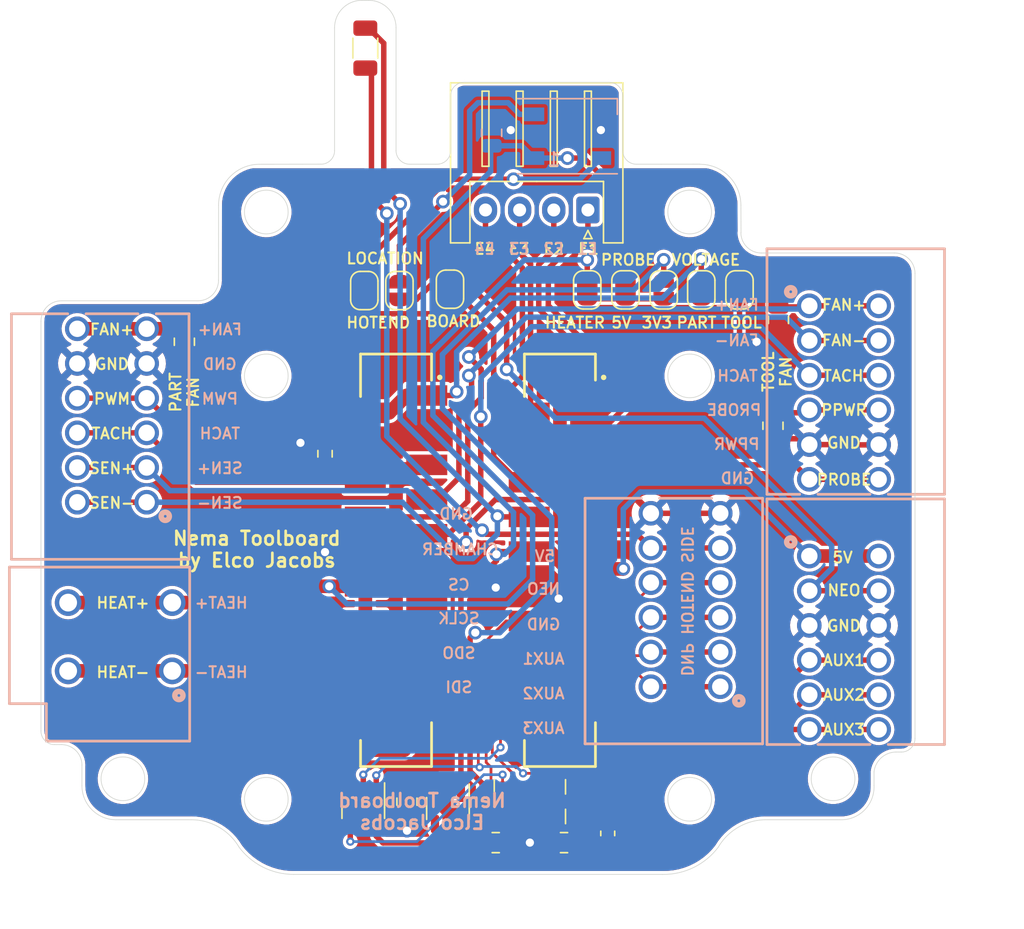
<source format=kicad_pcb>
(kicad_pcb (version 20211014) (generator pcbnew)
  (layers (0 "F.Cu" signal) (31 "B.Cu" signal) (34 "B.Paste" user) (35 "F.Paste" user) (36 "B.SilkS" user "B.Silkscreen") (37 "F.SilkS" user "F.Silkscreen") (38 "B.Mask" user) (39 "F.Mask" user) (44 "Edge.Cuts" user))
  (net 0 "")
  (net 1 "PROBE_PWR")
  (net 2 "PART_FAN_PWM")
  (net 3 "PART_FAN_TACH")
  (net 4 "GND")
  (net 5 "TOOL_FAN_GND")
  (net 6 "CS")
  (net 7 "SDO")
  (net 8 "EXTRUDER_1")
  (net 9 "HEATER_PWR")
  (net 10 "EXTRUDER_2")
  (net 11 "EXTRUDER_3")
  (net 12 "HEATER_GND")
  (net 13 "EXTRUDER_4")
  (net 19 "+5V")
  (net 20 "+3V3")
  (net 21 "Net-(C3-Pad1)")
  (net 23 "SCLK")
  (net 24 "SDI")
  (net 25 "PROBE")
  (net 26 "AUX1")
  (net 27 "AUX2")
  (net 28 "Net-(U2-Pad13)")
  (net 29 "NEOPIXEL_OUT")
  (net 30 "AUX3")
  (net 31 "HOTEND_TEMP")
  (net 32 "GNDREF")
  (net 33 "NEOPIXEL_IN")
  (net 34 "CHAMBER_TEMP")
  (net 35 "TOOL_FAN_PWR")
  (net 36 "PART_FAN_PWR")
  (net 37 "TOOL_FAN_TACH{slash}PWM")
  (net 38 "/NEOPIXEL_TERMINAL")
  (net 39 "/NEOPIXEL_RIBBON")
  (footprint "Jumper:SolderJumper-2_P1.3mm_Open_RoundedPad1.0x1.5mm" (layer "F.Cu") (at 113.6 78.2 90)
    (fp_text reference "JP3" hide)
    (fp_text value "SolderJumper_2_Open" hide)
  )
  (footprint "Resistor_SMD:R_0603_1608Metric" (layer "F.Cu") (at 88.8 90.2 90)
    (fp_text reference "R1" hide)
    (fp_text value "470R" hide)
  )
  (footprint "Capacitor_SMD:C_0805_2012Metric" (layer "F.Cu") (at 122 80.4 90)
    (fp_text reference "C5" hide)
    (fp_text value "1U" hide)
  )
  (footprint "Jumper:SolderJumper-2_P1.3mm_Open_RoundedPad1.0x1.5mm" (layer "F.Cu") (at 108 78.2 90)
    (fp_text reference "JP5" hide)
    (fp_text value "SolderJumper_2_Open" hide)
  )
  (footprint "Eagle_WR-MM (rev20b):690367292076" (layer "F.Cu") (at 94 98 90)
    (fp_text reference "J7" hide)
    (fp_text value "Conn_02x10_Odd_Even" hide)
  )
  (footprint "Fiducial:Fiducial_0.5mm_Mask1.5mm" (layer "F.Cu") (at 121 114)
    (fp_text reference "REF**" hide)
    (fp_text value "Fiducial_0.5mm_Mask1.5mm" hide)
  )
  (footprint "Resistor_SMD:R_1206_3216Metric" (layer "F.Cu") (at 91.75 60.5 90)
    (fp_text reference "TH1" hide)
    (fp_text value "PT1000" hide)
  )
  (footprint "Fiducial:Fiducial_0.5mm_Mask1.5mm" (layer "F.Cu") (at 79 114)
    (fp_text reference "REF**" hide)
    (fp_text value "Fiducial_0.5mm_Mask1.5mm" hide)
  )
  (footprint "Package_TO_SOT_SMD:SOT-23-5" (layer "F.Cu") (at 97.8 116.175 -90)
    (fp_text reference "U1" hide)
    (fp_text value "LD39015M33R" hide)
  )
  (footprint "Jumper:SolderJumper-2_P1.3mm_Open_RoundedPad1.0x1.5mm" (layer "F.Cu") (at 97.95 78.15 90)
    (fp_text reference "JP6" hide)
    (fp_text value "SolderJumper_2_Open" hide)
  )
  (footprint "Capacitor_SMD:C_0805_2012Metric" (layer "F.Cu") (at 94.8 115.675 -90)
    (fp_text reference "C1" hide)
    (fp_text value "1U" hide)
  )
  (footprint "Jumper:SolderJumper-2_P1.3mm_Open_RoundedPad1.0x1.5mm" (layer "F.Cu") (at 91.675 78.25 -90)
    (fp_text reference "JP4" hide)
    (fp_text value "SolderJumper_2_Open" hide)
  )
  (footprint "Eagle_WR-MM (rev20b):690367292076" (layer "F.Cu") (at 106 98 90)
    (fp_text reference "J6" hide)
    (fp_text value "Conn_02x10_Odd_Even" hide)
  )
  (footprint "Jumper:SolderJumper-2_P1.3mm_Open_RoundedPad1.0x1.5mm" (layer "F.Cu") (at 119.15 78.2 90)
    (fp_text reference "JP8" hide)
    (fp_text value "SolderJumper_2_Open" hide)
  )
  (footprint "Capacitor_SMD:C_0805_2012Metric" (layer "F.Cu") (at 121.6 88.15 -90)
    (fp_text reference "C4" hide)
    (fp_text value "1U" hide)
  )
  (footprint "Capacitor_SMD:C_0805_2012Metric" (layer "F.Cu") (at 106.3 118.675 180)
    (fp_text reference "C3" hide)
    (fp_text value "1U" hide)
  )
  (footprint "Inductor_SMD:L_0603_1608Metric" (layer "F.Cu") (at 109.5 118 90)
    (fp_text reference "FB1" hide)
    (fp_text value "FerriteBead_Small" hide)
  )
  (footprint "Fiducial:Fiducial_0.5mm_Mask1.5mm" (layer "F.Cu") (at 84.5 78.5)
    (fp_text reference "REF**" hide)
    (fp_text value "Fiducial_0.5mm_Mask1.5mm" hide)
  )
  (footprint "Package_LGA:LGA-14_3x5mm_P0.8mm_LayoutBorder1x6y" (layer "F.Cu") (at 103.8 115.675 90)
    (fp_text reference "U2" hide)
    (fp_text value "ADXL345" hide)
  )
  (footprint "Capacitor_SMD:C_0805_2012Metric" (layer "F.Cu") (at 101.3 118.675)
    (fp_text reference "C2" hide)
    (fp_text value "1U" hide)
  )
  (footprint "Capacitor_SMD:C_0805_2012Metric" (layer "F.Cu") (at 78.5 82 90)
    (fp_text reference "C6" hide)
    (fp_text value "1U" hide)
  )
  (footprint "Jumper:SolderJumper-2_P1.3mm_Open_RoundedPad1.0x1.5mm" (layer "F.Cu") (at 110.8 78.2 90)
    (fp_text reference "JP2" hide)
    (fp_text value "SolderJumper_2_Open" hide)
  )
  (footprint "Jumper:SolderJumper-2_P1.3mm_Open_RoundedPad1.0x1.5mm" (layer "F.Cu") (at 94.25 78.25 90)
    (fp_text reference "JP7" hide)
    (fp_text value "SolderJumper_2_Open" hide)
  )
  (footprint "Connector_JST:JST_XH_S4B-XH-A_1x04_P2.50mm_Horizontal" (layer "F.Cu") (at 108.05 72.35 180)
    (fp_text reference "J3" hide)
    (fp_text value "Conn_01x04" hide)
  )
  (footprint "Jumper:SolderJumper-2_P1.3mm_Open_RoundedPad1.0x1.5mm" (layer "F.Cu") (at 116.35 78.2 90)
    (fp_text reference "JP1" hide)
    (fp_text value "SolderJumper_2_Open" hide)
  )
  (footprint "Package_TO_SOT_SMD:SOT-23-5" (layer "F.Cu") (at 91.6 116.1 -90)
    (fp_text reference "U3" hide)
    (fp_text value "SN74LVC1G32DBVR‎" hide)
  )
  (footprint "Eagle_WR-TBL Spring Clamp (rev21a):691403900006B" (layer "B.Cu") (at 126.8 85.72 -90)
    (fp_text reference "J1" hide)
    (fp_text value "691403900006B" hide)
  )
  (footprint "Capacitor_SMD:C_0805_2012Metric" (layer "B.Cu") (at 101 66.7 90)
    (fp_text reference "C8" hide)
    (fp_text value "1U" hide)
  )
  (footprint "Eagle_WR-TBL Spring Clamp (rev21a):691403900006B" (layer "B.Cu") (at 126.8 104.04 -90)
    (fp_text reference "J2" hide)
    (fp_text value "691403900006B" hide)
  )
  (footprint "Eagle_WR-TBL Spring Clamp (rev21a):691401700002B" (layer "B.Cu") (at 73.8 103.6 90)
    (fp_text reference "J5" hide)
    (fp_text value "HEATER" hide)
  )
  (footprint "LED_SMD:LED_WS2812B_PLCC4_5.0x5.0mm_P3.2mm" (layer "B.Cu") (at 106.55 66.95)
    (fp_text reference "D1" hide)
    (fp_text value "WS2812B" hide)
  )
  (footprint "Eagle_WR-TBL Spring Clamp (rev21a):691403900006B" (layer "B.Cu") (at 115.2 100.91 90)
    (fp_text reference "J8" hide)
    (fp_text value "SPI" hide)
  )
  (footprint "Eagle_WR-TBL Spring Clamp (rev21a):691403900006B" (layer "B.Cu") (at 73.2 87.4 90)
    (fp_text reference "J4" hide)
    (fp_text value "691403900006B" hide)
  )
  (gr_line (start 119.260466 74) (end 119.25 72.002616) (layer "Edge.Cuts") (width 0.05))
  (gr_arc (start 111.6 69) (mid 110.892893 68.707107) (end 110.6 68) (layer "Edge.Cuts") (width 0.05))
  (gr_arc (start 92 57) (mid 93.414214 57.585786) (end 94 59) (layer "Edge.Cuts") (width 0.05))
  (gr_arc (start 95 69) (mid 94.292893 68.707107) (end 94 68) (layer "Edge.Cuts") (width 0.05))
  (gr_line (start 81.005233 72.002616) (end 81.000001 77.5) (layer "Edge.Cuts") (width 0.05))
  (gr_arc (start 73.5 117) (mid 71.732233 116.267767) (end 71 114.5) (layer "Edge.Cuts") (width 0.05))
  (gr_line (start 129 114.5) (end 129 113.5) (layer "Edge.Cuts") (width 0.05))
  (gr_arc (start 98 68) (mid 97.707107 68.707107) (end 97 69) (layer "Edge.Cuts") (width 0.05))
  (gr_circle locked (center 115.5 115.5) (end 117.1 115.5) (layer "Edge.Cuts") (width 0.05) (fill none))
  (gr_arc (start 97.985786 64.014214) (mid 98.282842 63.297056) (end 99 63) (layer "Edge.Cuts") (width 0.05))
  (gr_circle (center 126 114) (end 124.4 114) (layer "Edge.Cuts") (width 0.05) (fill none))
  (gr_arc (start 132 111.042893) (mid 131.707107 111.75) (end 131 112.042893) (layer "Edge.Cuts") (width 0.05))
  (gr_line (start 79.500001 79) (end 69.5 79) (layer "Edge.Cuts") (width 0.05))
  (gr_arc (start 129 114.5) (mid 128.296716 116.296716) (end 126.5 117) (layer "Edge.Cuts") (width 0.05))
  (gr_arc (start 117.6 119) (mid 119.041144 117.559945) (end 121 117) (layer "Edge.Cuts") (width 0.05))
  (gr_line (start 110.6 64.014214) (end 110.6 68) (layer "Edge.Cuts") (width 0.05))
  (gr_line (start 73.5 117) (end 79 117) (layer "Edge.Cuts") (width 0.05))
  (gr_arc (start 116.250001 69.002616) (mid 118.372857 69.87976) (end 119.25 72.002616) (layer "Edge.Cuts") (width 0.05))
  (gr_circle (center 74 114) (end 75.6 114) (layer "Edge.Cuts") (width 0.05) (fill none))
  (gr_arc (start 86.5 121) (mid 84.263932 120.472135) (end 82.5 119) (layer "Edge.Cuts") (width 0.05))
  (gr_line (start 111.6 69) (end 116.247384 68.997384) (layer "Edge.Cuts") (width 0.05))
  (gr_arc (start 79 117) (mid 81.015577 117.53524) (end 82.5 119) (layer "Edge.Cuts") (width 0.05))
  (gr_line (start 130.5 75.5) (end 120.75 75.5) (layer "Edge.Cuts") (width 0.05))
  (gr_arc (start 117.6 119) (mid 115.791249 120.494561) (end 113.5 121) (layer "Edge.Cuts") (width 0.05))
  (gr_arc (start 89.5 68) (mid 89.207107 68.707107) (end 88.5 69) (layer "Edge.Cuts") (width 0.05))
  (gr_arc (start 69.5 111.5) (mid 70.56066 111.93934) (end 71 113) (layer "Edge.Cuts") (width 0.05))
  (gr_arc (start 129 113.5) (mid 129.523092 112.467384) (end 130.6 112.042893) (layer "Edge.Cuts") (width 0.05))
  (gr_line (start 95 69) (end 97 69) (layer "Edge.Cuts") (width 0.05))
  (gr_arc (start 69 111.5) (mid 68.292893 111.207107) (end 68 110.5) (layer "Edge.Cuts") (width 0.05))
  (gr_circle locked (center 84.5 84.5) (end 86.1 84.5) (layer "Edge.Cuts") (width 0.05) (fill none))
  (gr_line (start 99 63) (end 109.585786 63) (layer "Edge.Cuts") (width 0.05))
  (gr_line (start 121 117) (end 126.5 117) (layer "Edge.Cuts") (width 0.05))
  (gr_arc (start 81.000001 77.5) (mid 80.560661 78.56066) (end 79.500001 79) (layer "Edge.Cuts") (width 0.05))
  (gr_line (start 98 68) (end 97.985786 64.014214) (layer "Edge.Cuts") (width 0.05))
  (gr_line (start 84.005232 69.002616) (end 88.5 68.997384) (layer "Edge.Cuts") (width 0.05))
  (gr_line (start 71 113) (end 71 114.5) (layer "Edge.Cuts") (width 0.05))
  (gr_circle locked (center 115.5 84.5) (end 117.1 84.5) (layer "Edge.Cuts") (width 0.05) (fill none))
  (gr_arc (start 89.5 59) (mid 90.085786 57.585786) (end 91.5 57) (layer "Edge.Cuts") (width 0.05))
  (gr_arc (start 81.005233 72.002616) (mid 81.882377 69.879761) (end 84.005232 69.002616) (layer "Edge.Cuts") (width 0.05))
  (gr_arc (start 120.75 75.5) (mid 119.68934 75.06066) (end 119.25 74) (layer "Edge.Cuts") (width 0.05))
  (gr_line (start 69 111.5) (end 69.5 111.5) (layer "Edge.Cuts") (width 0.05))
  (gr_arc (start 109.585786 63) (mid 110.302944 63.297056) (end 110.6 64.014214) (layer "Edge.Cuts") (width 0.05))
  (gr_circle locked (center 84.5 115.5) (end 86.1 115.5) (layer "Edge.Cuts") (width 0.05) (fill none))
  (gr_line (start 131 112.042893) (end 130.6 112.042893) (layer "Edge.Cuts") (width 0.05))
  (gr_line (start 94 59) (end 94 68) (layer "Edge.Cuts") (width 0.05))
  (gr_line (start 113.5 121) (end 86.5 121) (layer "Edge.Cuts") (width 0.05))
  (gr_circle (center 115.5 72.5) (end 117.1 72.5) (layer "Edge.Cuts") (width 0.05) (fill none))
  (gr_arc (start 68 80.5) (mid 68.43934 79.43934) (end 69.5 79) (layer "Edge.Cuts") (width 0.05))
  (gr_circle (center 84.5 72.5) (end 86.1 72.5) (layer "Edge.Cuts") (width 0.05) (fill none))
  (gr_line (start 89.5 68) (end 89.5 59) (layer "Edge.Cuts") (width 0.05))
  (gr_arc (start 130.5 75.5) (mid 131.56066 75.93934) (end 132 77) (layer "Edge.Cuts") (width 0.05))
  (gr_line (start 91.5 57) (end 92 57) (layer "Edge.Cuts") (width 0.05))
  (gr_line (start 132 77) (end 132 111.042893) (layer "Edge.Cuts") (width 0.05))
  (gr_line (start 68 110.5) (end 68 80.5) (layer "Edge.Cuts") (width 0.05))
  (gr_text "CS" (at 98.6 99.8) (layer "B.SilkS") (effects (font (size 0.8 0.8)) (justify mirror)))
  (gr_text "CHAMBER" (at 98.7 97.2) (layer "B.SilkS") (effects (font (size 0.8 0.8)) (justify mirror)))
  (gr_text "E2" (at 105.54 75.2) (layer "B.SilkS") (effects (font (size 0.8 0.8)) (justify mirror)))
  (gr_text "GND" (at 104.8 102.7) (layer "B.SilkS") (effects (font (size 0.8 0.8)) (justify mirror)))
  (gr_text "GND" (at 98.4 94.6) (layer "B.SilkS") (effects (font (size 0.8 0.8)) (justify mirror)))
  (gr_text "TACH" (at 81.1 88.72) (layer "B.SilkS") (effects (font (size 0.8 0.8)) (justify mirror)))
  (gr_text "FAN-" (at 118.95 81.9) (layer "B.SilkS") (effects (font (size 0.8 0.8)) (justify mirror)))
  (gr_text "AUX3" (at 104.8 110.3) (layer "B.SilkS") (effects (font (size 0.8 0.8)) (justify mirror)))
  (gr_text "5V" (at 104.9 97.7) (layer "B.SilkS") (effects (font (size 0.8 0.8)) (justify mirror)))
  (gr_text "AUX2" (at 104.8 107.76) (layer "B.SilkS") (effects (font (size 0.8 0.8)) (justify mirror)))
  (gr_text "AUX1" (at 104.8 105.22) (layer "B.SilkS") (effects (font (size 0.8 0.8)) (justify mirror)))
  (gr_text "E3" (at 103 75.2) (layer "B.SilkS") (effects (font (size 0.8 0.8)) (justify mirror)))
  (gr_text "SCLK" (at 98.6 102.26) (layer "B.SilkS") (effects (font (size 0.8 0.8)) (justify mirror)))
  (gr_text "NEO" (at 104.8 100.1) (layer "B.SilkS") (effects (font (size 0.8 0.8)) (justify mirror)))
  (gr_text "FAN+" (at 118.95 79.3) (layer "B.SilkS") (effects (font (size 0.8 0.8)) (justify mirror)))
  (gr_text "DNP HOTEND SIDE" (at 115.3 101 -90) (layer "B.SilkS") (effects (font (size 0.8 0.8)) (justify mirror)))
  (gr_text "SDO" (at 98.6 104.8) (layer "B.SilkS") (effects (font (size 0.8 0.8)) (justify mirror)))
  (gr_text "SDI" (at 98.6 107.3) (layer "B.SilkS") (effects (font (size 0.8 0.8)) (justify mirror)))
  (gr_text "TACH" (at 119 84.5) (layer "B.SilkS") (effects (font (size 0.8 0.8)) (justify mirror)))
  (gr_text "SEN-" (at 81.1 93.8) (layer "B.SilkS") (effects (font (size 0.8 0.8)) (justify mirror)))
  (gr_text "HEAT+" (at 81.2 101.12) (layer "B.SilkS") (effects (font (size 0.8 0.8)) (justify mirror)))
  (gr_text "Nema Toolboard\nElco Jacobs" (at 95.9 116.4) (layer "B.SilkS") (effects (font (size 1 1) (thickness 0.2)) (justify mirror)))
  (gr_text "SEN+" (at 81.1 91.26) (layer "B.SilkS") (effects (font (size 0.8 0.8)) (justify mirror)))
  (gr_text "PWM" (at 81.1 86.18) (layer "B.SilkS") (effects (font (size 0.8 0.8)) (justify mirror)))
  (gr_text "GND" (at 119 92) (layer "B.SilkS") (effects (font (size 0.8 0.8)) (justify mirror)))
  (gr_text "PPWR" (at 118.95 89.5) (layer "B.SilkS") (effects (font (size 0.8 0.8)) (justify mirror)))
  (gr_text "FAN+" (at 81.1 81.1) (layer "B.SilkS") (effects (font (size 0.8 0.8)) (justify mirror)))
  (gr_text "E1" (at 108 75.2) (layer "B.SilkS") (effects (font (size 0.8 0.8)) (justify mirror)))
  (gr_text "PROBE" (at 118.75 87) (layer "B.SilkS") (effects (font (size 0.8 0.8)) (justify mirror)))
  (gr_text "GND" (at 81.1 83.64) (layer "B.SilkS") (effects (font (size 0.8 0.8)) (justify mirror)))
  (gr_text "E4" (at 100.48 75.2) (layer "B.SilkS") (effects (font (size 0.8 0.8)) (justify mirror)))
  (gr_text "HEAT-" (at 81.2 106.2) (layer "B.SilkS") (effects (font (size 0.8 0.8)) (justify mirror)))
  (gr_text "E3" (at 103.02 75.2) (layer "F.SilkS") (effects (font (size 0.8 0.8))))
  (gr_text "E1" (at 108.1 75.2) (layer "F.SilkS") (effects (font (size 0.8 0.8))))
  (gr_text "TOOL" (at 119.3 80.6) (layer "F.SilkS") (effects (font (size 0.8 0.8))))
  (gr_text "TOOL\nFAN" (at 121.9 84.2 90) (layer "F.SilkS") (effects (font (size 0.8 0.8))))
  (gr_text "PWM" (at 73.2 86.18) (layer "F.SilkS") (effects (font (size 0.8 0.8))))
  (gr_text "5V" (at 126.7 97.8) (layer "F.SilkS") (effects (font (size 0.8 0.8))))
  (gr_text "SEN-" (at 73.2 93.8) (layer "F.SilkS") (effects (font (size 0.8 0.8))))
  (gr_text "PROBE  VOLTAGE" (at 114.1 76) (layer "F.SilkS") (effects (font (size 0.8 0.8))))
  (gr_text "AUX1" (at 126.8 105.32) (layer "F.SilkS") (effects (font (size 0.8 0.8))))
  (gr_text "FAN+" (at 73.2 81.1) (layer "F.SilkS") (effects (font (size 0.8 0.8))))
  (gr_text "GND" (at 73.2 83.64) (layer "F.SilkS") (effects (font (size 0.8 0.8))))
  (gr_text "3V3" (at 113.1 80.6) (layer "F.SilkS") (effects (font (size 0.8 0.8))))
  (gr_text "FAN-" (at 126.8 81.9) (layer "F.SilkS") (effects (font (size 0.8 0.8))))
  (gr_text "Nema Toolboard\nby Elco Jacobs" (at 83.8 97.2) (layer "F.SilkS") (effects (font (size 1 1) (thickness 0.2))))
  (gr_text "HOTEND" (at 92.7 80.6) (layer "F.SilkS") (effects (font (size 0.8 0.8))))
  (gr_text "SEN+" (at 73.2 91.26) (layer "F.SilkS") (effects (font (size 0.8 0.8))))
  (gr_text "NEO" (at 126.8 100.2) (layer "F.SilkS") (effects (font (size 0.8 0.8))))
  (gr_text "HEAT-" (at 74 106.2) (layer "F.SilkS") (effects (font (size 0.8 0.8))))
  (gr_text "PART\nFAN" (at 78.5 85.7 90) (layer "F.SilkS") (effects (font (size 0.8 0.8))))
  (gr_text "AUX2" (at 126.8 107.86) (layer "F.SilkS") (effects (font (size 0.8 0.8))))
  (gr_text "5V" (at 110.5 80.6) (layer "F.SilkS") (effects (font (size 0.8 0.8))))
  (gr_text "HEAT+" (at 74 101.12) (layer "F.SilkS") (effects (font (size 0.8 0.8))))
  (gr_text "E2" (at 105.56 75.2) (layer "F.SilkS") (effects (font (size 0.8 0.8))))
  (gr_text "PROBE" (at 126.8 92.1) (layer "F.SilkS") (effects (font (size 0.8 0.8))))
  (gr_text "BOARD" (at 98.2 80.5) (layer "F.SilkS") (effects (font (size 0.8 0.8))))
  (gr_text "FAN+" (at 126.8 79.3) (layer "F.SilkS") (effects (font (size 0.8 0.8))))
  (gr_text "AUX3" (at 126.8 110.4) (layer "F.SilkS") (effects (font (size 0.8 0.8))))
  (gr_text "LOCATION" (at 93.2 75.9) (layer "F.SilkS") (effects (font (size 0.8 0.8))))
  (gr_text "PART" (at 116 80.6) (layer "F.SilkS") (effects (font (size 0.8 0.8))))
  (gr_text "E4" (at 100.5 75.2) (layer "F.SilkS") (effects (font (size 0.8 0.8))))
  (gr_text "GND" (at 126.8 102.8) (layer "F.SilkS") (effects (font (size 0.8 0.8))))
  (gr_text "GND" (at 126.8 89.4) (layer "F.SilkS") (effects (font (size 0.8 0.8))))
  (gr_text "HEATER" (at 107.1 80.6) (layer "F.SilkS") (effects (font (size 0.8 0.8))))
  (gr_text "TACH" (at 126.75 84.5) (layer "F.SilkS") (effects (font (size 0.8 0.8))))
  (gr_text "PPWR" (at 126.8 87) (layer "F.SilkS") (effects (font (size 0.8 0.8))))
  (gr_text "TACH" (at 73.2 88.72) (layer "F.SilkS") (effects (font (size 0.8 0.8))))
  (segment (start 108 78.85) (end 110.8 78.85) (width 0.4) (layer "F.Cu") (net 1))
  (segment (start 119.15 82.35) (end 121.6 84.8) (width 0.4) (layer "F.Cu") (net 1))
  (segment (start 119.15 78.85) (end 119.15 82.35) (width 0.4) (layer "F.Cu") (net 1))
  (segment (start 121.6 87.2) (end 124.05 87.2) (width 0.4) (layer "F.Cu") (net 1))
  (segment (start 121.6 84.8) (end 121.6 87.2) (width 0.4) (layer "F.Cu") (net 1))
  (segment (start 119.15 78.85) (end 110.8 78.85) (width 0.4) (layer "F.Cu") (net 1))
  (segment (start 129.34 86.99) (end 124.26 86.99) (width 0.4) (layer "F.Cu") (net 1))
  (segment (start 124.05 87.2) (end 124.26 86.99) (width 0.4) (layer "F.Cu") (net 1))
  (segment (start 96.25 91.015) (end 80.625 91.015) (width 0.4) (layer "F.Cu") (net 2))
  (segment (start 80.625 91.015) (end 75.74 86.13) (width 0.4) (layer "F.Cu") (net 2))
  (segment (start 75.74 86.13) (end 70.66 86.13) (width 0.4) (layer "F.Cu") (net 2))
  (segment (start 79.355 92.285) (end 75.74 88.67) (width 0.4) (layer "F.Cu") (net 3))
  (segment (start 75.74 88.67) (end 70.66 88.67) (width 0.4) (layer "F.Cu") (net 3))
  (segment (start 91.75 92.285) (end 79.355 92.285) (width 0.4) (layer "F.Cu") (net 3))
  (segment (start 105 118.325) (end 105.35 118.675) (width 0.4) (layer "F.Cu") (net 4))
  (segment (start 96.27452 116.20048) (end 95.85 116.625) (width 0.4) (layer "F.Cu") (net 4))
  (segment (start 117.74 94.56) (end 112.66 94.56) (width 0.4) (layer "F.Cu") (net 4))
  (segment (start 95.85 116.625) (end 94.8 116.625) (width 0.4) (layer "F.Cu") (net 4))
  (segment (start 108.25 101.175) (end 106.275 101.175) (width 1) (layer "F.Cu") (net 4))
  (segment (start 106.275 101.175) (end 105.905 100.805) (width 1) (layer "F.Cu") (net 4))
  (segment (start 105 116.675) (end 105 118.325) (width 0.4) (layer "F.Cu") (net 4))
  (segment (start 105.005 99.905) (end 105.905 100.805) (width 1) (layer "F.Cu") (net 4))
  (segment (start 104.2 116.675) (end 104.2 118.275) (width 0.4) (layer "F.Cu") (net 4))
  (segment (start 124.26 89.53) (end 126.98 89.53) (width 0.4) (layer "F.Cu") (net 4))
  (segment (start 97.52452 116.20048) (end 96.27452 116.20048) (width 0.4) (layer "F.Cu") (net 4))
  (segment (start 129.32 89.55) (end 129.34 89.53) (width 0.4) (layer "F.Cu") (net 4))
  (segment (start 126.98 89.53) (end 127 89.55) (width 0.4) (layer "F.Cu") (net 4))
  (segment (start 127 89.55) (end 129.32 89.55) (width 0.4) (layer "F.Cu") (net 4))
  (segment (start 121.05 81.35) (end 120.4 82) (width 0.4) (layer "F.Cu") (net 4))
  (segment (start 102.6 118.325) (end 102.25 118.675) (width 0.4) (layer "F.Cu") (net 4))
  (segment (start 123.78 89.05) (end 124.26 89.53) (width 0.4) (layer "F.Cu") (net 4))
  (segment (start 97.8 115.0375) (end 97.8 115.925) (width 0.4) (layer "F.Cu") (net 4))
  (segment (start 103.75 99.905) (end 105.005 99.905) (width 1) (layer "F.Cu") (net 4))
  (segment (start 122 81.35) (end 121.05 81.35) (width 0.4) (layer "F.Cu") (net 4))
  (segment (start 97.8 115.925) (end 97.52452 116.20048) (width 0.4) (layer "F.Cu") (net 4))
  (segment (start 102.6 116.675) (end 102.6 118.325) (width 0.4) (layer "F.Cu") (net 4))
  (segment (start 121.6 89.1) (end 123.78 89.1) (width 0.4) (layer "F.Cu") (net 4))
  (via (at 103.8 118.675) (size 1) (drill 0.6) (layers "F.Cu" "B.Cu") (net 4))
  (via (at 109 66.5) (size 1) (drill 0.6) (layers "F.Cu" "B.Cu") (net 4))
  (via (at 120.4 82) (size 1) (drill 0.6) (layers "F.Cu" "B.Cu") (net 4))
  (via (at 87 89.4) (size 1) (drill 0.6) (layers "F.Cu" "B.Cu") (net 4))
  (via (at 88.8 97.4) (size 1) (drill 0.6) (layers "F.Cu" "B.Cu") (net 4))
  (via (at 102.4 66.5) (size 1) (drill 0.6) (layers "F.Cu" "B.Cu") (net 4))
  (via (at 105.905 100.805) (size 1) (drill 0.6) (layers "F.Cu" "B.Cu") (net 4))
  (via (at 94.8 117.8) (size 1) (drill 0.6) (layers "F.Cu" "B.Cu") (net 4))
  (via (at 101.3 100) (size 1) (drill 0.6) (layers "F.Cu" "B.Cu") (net 4))
  (segment (start 101.65 65.75) (end 102.4 66.5) (width 0.4) (layer "B.Cu") (net 4))
  (segment (start 101 65.75) (end 101.65 65.75) (width 0.4) (layer "B.Cu") (net 4))
  (segment (start 109 65.35) (end 109 66.5) (width 0.4) (layer "B.Cu") (net 4))
  (segment (start 98.602466 91.952534) (end 98.602466 86.827666) (width 0.4) (layer "F.Cu") (net 5))
  (segment (start 124.26 81.91) (end 129.34 81.91) (width 0.4) (layer "F.Cu") (net 5))
  (segment (start 99.529501 85.900631) (end 99.529501 84.673212) (width 0.4) (layer "F.Cu") (net 5))
  (segment (start 97 93.555) (end 98.602466 91.952534) (width 0.4) (layer "F.Cu") (net 5))
  (segment (start 96.25 93.555) (end 97 93.555) (width 0.4) (layer "F.Cu") (net 5))
  (segment (start 99.529501 84.673212) (end 99.333917 84.477628) (width 0.4) (layer "F.Cu") (net 5))
  (segment (start 98.602466 86.827666) (end 99.529501 85.900631) (width 0.4) (layer "F.Cu") (net 5))
  (via (at 99.333917 84.477628) (size 1) (drill 0.6) (layers "F.Cu" "B.Cu") (net 5))
  (segment (start 103.519033 80.199511) (end 99.333917 84.384627) (width 0.4) (layer "B.Cu") (net 5))
  (segment (start 124.26 81.91) (end 122.549511 80.199511) (width 0.4) (layer "B.Cu") (net 5))
  (segment (start 122.549511 80.199511) (end 103.519033 80.199511) (width 0.4) (layer "B.Cu") (net 5))
  (segment (start 99.333917 84.384627) (end 99.333917 84.477628) (width 0.4) (layer "B.Cu") (net 5))
  (segment (start 105.8 115.675) (end 105.981427 115.675) (width 0.2) (layer "F.Cu") (net 6))
  (segment (start 92.55 114.9625) (end 92.549999 113.750001) (width 0.4) (layer "F.Cu") (net 6))
  (segment (start 110.129022 102.445) (end 112.66 99.914022) (width 0.2) (layer "F.Cu") (net 6))
  (segment (start 103.75 102.445) (end 110.129022 102.445) (width 0.2) (layer "F.Cu") (net 6))
  (segment (start 100.0245 104.4705) (end 100.0245 113.063728) (width 0.2) (layer "F.Cu") (net 6))
  (segment (start 112.66 99.64) (end 117.74 99.64) (width 0.4) (layer "F.Cu") (net 6))
  (segment (start 100.0245 113.063728) (end 100.120184 113.159412) (width 0.2) (layer "F.Cu") (net 6))
  (segment (start 102.05 102.445) (end 100.0245 104.4705) (width 0.2) (layer "F.Cu") (net 6))
  (segment (start 105.981427 115.675) (end 106.44952 115.206907) (width 0.2) (layer "F.Cu") (net 6))
  (segment (start 103.75 102.445) (end 102.05 102.445) (width 0.2) (layer "F.Cu") (net 6))
  (segment (start 106.44952 115.206907) (end 106.44952 114.143093) (width 0.2) (layer "F.Cu") (net 6))
  (segment (start 106.44952 114.143093) (end 105.906427 113.6) (width 0.2) (layer "F.Cu") (net 6))
  (segment (start 112.66 99.914022) (end 112.66 99.64) (width 0.2) (layer "F.Cu") (net 6))
  (segment (start 105.906427 113.6) (end 103.3 113.6) (width 0.2) (layer "F.Cu") (net 6))
  (via (at 100.120184 113.159412) (size 0.6) (drill 0.3) (layers "F.Cu" "B.Cu") (net 6))
  (via (at 92.549999 113.750001) (size 0.6) (drill 0.3) (layers "F.Cu" "B.Cu") (net 6))
  (via (at 103.3 113.6) (size 0.6) (drill 0.3) (layers "F.Cu" "B.Cu") (net 6))
  (segment (start 93.2 113.1) (end 100.060772 113.1) (width 0.2) (layer "B.Cu") (net 6))
  (segment (start 100.060772 113.1) (end 100.120184 113.159412) (width 0.2) (layer "B.Cu") (net 6))
  (segment (start 102.8 113.1) (end 100.179596 113.1) (width 0.2) (layer "B.Cu") (net 6))
  (segment (start 100.179596 113.1) (end 100.120184 113.159412) (width 0.2) (layer "B.Cu") (net 6))
  (segment (start 92.549999 113.750001) (end 93.2 113.1) (width 0.2) (layer "B.Cu") (net 6))
  (segment (start 103.3 113.6) (end 102.8 113.1) (width 0.2) (layer "B.Cu") (net 6))
  (segment (start 101.049511 112.101687) (end 102.6 113.652176) (width 0.2) (layer "F.Cu") (net 7))
  (segment (start 101.049511 105.985489) (end 101.049511 112.101687) (width 0.2) (layer "F.Cu") (net 7))
  (segment (start 103.75 104.985) (end 112.395 104.985) (width 0.2) (layer "F.Cu") (net 7))
  (segment (start 103.75 104.985) (end 102.05 104.985) (width 0.2) (layer "F.Cu") (net 7))
  (segment (start 102.6 113.652176) (end 102.6 114.675) (width 0.2) (layer "F.Cu") (net 7))
  (segment (start 112.66 104.72) (end 117.74 104.72) (width 0.4) (layer "F.Cu") (net 7))
  (segment (start 102.05 104.985) (end 101.049511 105.985489) (width 0.2) (layer "F.Cu") (net 7))
  (segment (start 112.395 104.985) (end 112.66 104.72) (width 0.2) (layer "F.Cu") (net 7))
  (segment (start 110.8 85) (end 105.15 79.35) (width 0.4) (layer "F.Cu") (net 8))
  (segment (start 109.085 88.475) (end 110.8 86.76) (width 0.4) (layer "F.Cu") (net 8))
  (segment (start 108.25 88.475) (end 109.085 88.475) (width 0.4) (layer "F.Cu") (net 8))
  (segment (start 105.15 76.65) (end 108.05 73.75) (width 0.4) (layer "F.Cu") (net 8))
  (segment (start 108.05 73.75) (end 108.05 72.35) (width 0.4) (layer "F.Cu") (net 8))
  (segment (start 105.15 79.35) (end 105.15 76.65) (width 0.4) (layer "F.Cu") (net 8))
  (segment (start 110.8 86.76) (end 110.8 85) (width 0.4) (layer "F.Cu") (net 8))
  (segment (start 91.75 102.445) (end 91.75 104.985) (width 1) (layer "F.Cu") (net 9))
  (segment (start 91.75 99.905) (end 91.75 102.445) (width 1) (layer "F.Cu") (net 9))
  (segment (start 108 77.55) (end 108 76) (width 0.4) (layer "F.Cu") (net 9))
  (segment (start 84.695 99.905) (end 83.5 101.1) (width 1) (layer "F.Cu") (net 9))
  (segment (start 69.99 101.1) (end 77.61 101.1) (width 1) (layer "F.Cu") (net 9))
  (segment (start 91.75 104.985) (end 91.75 110.065) (width 1) (layer "F.Cu") (net 9))
  (segment (start 91.75 99.905) (end 89.105 99.905) (width 1) (layer "F.Cu") (net 9))
  (segment (start 89.105 99.905) (end 84.695 99.905) (width 1) (layer "F.Cu") (net 9))
  (segment (start 83.5 101.1) (end 77.61 101.1) (width 1) (layer "F.Cu") (net 9))
  (via (at 108 76) (size 1) (drill 0.6) (layers "F.Cu" "B.Cu") (net 9))
  (via (at 89.105 99.905) (size 1) (drill 0.6) (layers "F.Cu" "B.Cu") (net 9))
  (segment (start 103.4 76) (end 96.7 82.7) (width 0.4) (layer "B.Cu") (net 9))
  (segment (start 104 99.4) (end 102.2 101.2) (width 0.4) (layer "B.Cu") (net 9))
  (segment (start 96.7 87.4) (end 104 94.7) (width 0.4) (layer "B.Cu") (net 9))
  (segment (start 108 76) (end 103.4 76) (width 0.4) (layer "B.Cu") (net 9))
  (segment (start 96.7 82.7) (end 96.7 87.4) (width 0.4) (layer "B.Cu") (net 9))
  (segment (start 102.2 101.2) (end 90.4 101.2) (width 0.4) (layer "B.Cu") (net 9))
  (segment (start 104 94.7) (end 104 99.4) (width 0.4) (layer "B.Cu") (net 9))
  (segment (start 90.4 101.2) (end 89.105 99.905) (width 0.4) (layer "B.Cu") (net 9))
  (segment (start 108.25 83.4) (end 104.45 79.6) (width 0.4) (layer "F.Cu") (net 10))
  (segment (start 108.25 85.935) (end 108.25 83.4) (width 0.4) (layer "F.Cu") (net 10))
  (segment (start 105.55 75.25) (end 105.55 72.35) (width 0.4) (layer "F.Cu") (net 10))
  (segment (start 104.45 79.6) (end 104.45 76.35) (width 0.4) (layer "F.Cu") (net 10))
  (segment (start 104.45 76.35) (end 105.55 75.25) (width 0.4) (layer "F.Cu") (net 10))
  (segment (start 103.85049 76.30384) (end 103.85049 86.55549) (width 0.4) (layer "F.Cu") (net 11))
  (segment (start 103.85049 86.55549) (end 104.5 87.205) (width 0.4) (layer "F.Cu") (net 11))
  (segment (start 104.5 87.205) (end 103.75 87.205) (width 0.4) (layer "F.Cu") (net 11))
  (segment (start 103.05 73.21) (end 103.05 75.50335) (width 0.4) (layer "F.Cu") (net 11))
  (segment (start 103.05 75.50335) (end 103.85049 76.30384) (width 0.4) (layer "F.Cu") (net 11))
  (segment (start 69.99 106.1) (end 77.61 106.1) (width 1) (layer "F.Cu") (net 12))
  (segment (start 96.25 98.635) (end 96.25 110.25) (width 1) (layer "F.Cu") (net 12))
  (segment (start 96.25 110.25) (end 94.6 111.9) (width 1) (layer "F.Cu") (net 12))
  (segment (start 83.3 106.1) (end 77.61 106.1) (width 1) (layer "F.Cu") (net 12))
  (segment (start 89.1 111.9) (end 83.3 106.1) (width 1) (layer "F.Cu") (net 12))
  (segment (start 94.6 111.9) (end 89.1 111.9) (width 1) (layer "F.Cu") (net 12))
  (segment (start 101.800489 88.545489) (end 101.800489 86.005489) (width 0.4) (layer "F.Cu") (net 13))
  (segment (start 103.75 89.745) (end 103 89.745) (width 0.4) (layer "F.Cu") (net 13))
  (segment (start 101.800489 86.005489) (end 103.250979 84.554999) (width 0.4) (layer "F.Cu") (net 13))
  (segment (start 103.250979 76.595979) (end 100.55 73.895) (width 0.4) (layer "F.Cu") (net 13))
  (segment (start 100.55 73.895) (end 100.55 72.35) (width 0.4) (layer "F.Cu") (net 13))
  (segment (start 103.250979 84.554999) (end 103.250979 76.595979) (width 0.4) (layer "F.Cu") (net 13))
  (segment (start 103 89.745) (end 101.800489 88.545489) (width 0.4) (layer "F.Cu") (net 13))
  (segment (start 101.349999 98.042799) (end 101.349999 97.56444) (width 0.4) (layer "F.Cu") (net 19))
  (segment (start 103.75 97.365) (end 101.549439 97.365) (width 0.4) (layer "F.Cu") (net 19))
  (segment (start 103.979511 97.594511) (end 104.994511 97.594511) (width 1) (layer "F.Cu") (net 19))
  (segment (start 101.549439 97.365) (end 101.349999 97.56444) (width 0.4) (layer "F.Cu") (net 19))
  (segment (start 96.85 114.25) (end 96.85 115.0375) (width 0.4) (layer "F.Cu") (net 19))
  (segment (start 96.85 115.0375) (end 95.1125 115.0375) (width 0.4) (layer "F.Cu") (net 19))
  (segment (start 110.8 77.55) (end 110.8 71.6) (width 0.4) (layer "F.Cu") (net 19))
  (segment (start 98.75 115.0375) (end 98.75 113.875) (width 0.4) (layer "F.Cu") (net 19))
  (segment (start 110.8 71.6) (end 107.75 68.55) (width 0.4) (layer "F.Cu") (net 19))
  (segment (start 97.2 113.9) (end 96.85 114.25) (width 0.4) (layer "F.Cu") (net 19))
  (segment (start 103.75 97.365) (end 103.979511 97.594511) (width 1) (layer "F.Cu") (net 19))
  (segment (start 106.305489 98.405489) (end 105.265 97.365) (width 1) (layer "F.Cu") (net 19))
  (segment (start 98.725 113.9) (end 97.2 113.9) (width 0.4) (layer "F.Cu") (net 19))
  (segment (start 105.265 97.365) (end 103.75 97.365) (width 1) (layer "F.Cu") (net 19))
  (segment (start 108.020489 98.405489) (end 106.305489 98.405489) (width 1) (layer "F.Cu") (net 19))
  (segment (start 108.25 98.635) (end 110.6245 98.635) (width 1) (layer "F.Cu") (net 19))
  (segment (start 98.75 100.642798) (end 101.349999 98.042799) (width 0.4) (layer "F.Cu") (net 19))
  (segment (start 98.75 113.875) (end 98.75 100.642798) (width 0.4) (layer "F.Cu") (net 19))
  (segment (start 95.1125 115.0375) (end 94.8 114.725) (width 0.4) (layer "F.Cu") (net 19))
  (segment (start 124.26 97.69) (end 129.34 97.69) (width 1) (layer "F.Cu") (net 19))
  (segment (start 110.6245 98.635) (end 110.6395 98.62) (width 1) (layer "F.Cu") (net 19))
  (segment (start 98.75 113.875) (end 98.725 113.9) (width 0.4) (layer "F.Cu") (net 19))
  (segment (start 107.75 68.55) (end 106.55 68.55) (width 0.4) (layer "F.Cu") (net 19))
  (segment (start 108.25 98.635) (end 108.020489 98.405489) (width 1) (layer "F.Cu") (net 19))
  (via (at 110.6395 98.62) (size 1) (drill 0.6) (layers "F.Cu" "B.Cu") (net 19))
  (via (at 106.55 68.55) (size 1) (drill 0.6) (layers "F.Cu" "B.Cu") (net 19))
  (via (at 101.349999 97.56444) (size 1) (drill 0.6) (layers "F.Cu" "B.Cu") (net 19))
  (segment (start 110.6395 98.62) (end 110.6395 94.2605) (width 0.4) (layer "B.Cu") (net 19))
  (segment (start 96 87.9) (end 102.6 94.5) (width 0.4) (layer "B.Cu") (net 19))
  (segment (start 104.1 68.55) (end 106.55 68.55) (width 0.4) (layer "B.Cu") (net 19))
  (segment (start 111.9 93) (end 119.57 93) (width 0.4) (layer "B.Cu") (net 19))
  (segment (start 102.6 94.5) (end 102.6 96.9) (width 0.4) (layer "B.Cu") (net 19))
  (segment (start 100.925 67.725) (end 101 67.65) (width 0.4) (layer "B.Cu") (net 19))
  (segment (start 101.93556 97.56444) (end 101.349999 97.56444) (width 0.4) (layer "B.Cu") (net 19))
  (segment (start 100.925 69.525) (end 100.925 67.725) (width 0.4) (layer "B.Cu") (net 19))
  (segment (start 102.6 96.9) (end 101.93556 97.56444) (width 0.4) (layer "B.Cu") (net 19))
  (segment (start 119.57 93) (end 124.26 97.69) (width 0.4) (layer "B.Cu") (net 19))
  (segment (start 100.925 69.525) (end 96 74.45) (width 0.4) (layer "B.Cu") (net 19))
  (segment (start 101 67.65) (end 103.2 67.65) (width 0.4) (layer "B.Cu") (net 19))
  (segment (start 96 74.45) (end 96 87.9) (width 0.4) (layer "B.Cu") (net 19))
  (segment (start 103.2 67.65) (end 104.1 68.55) (width 0.4) (layer "B.Cu") (net 19))
  (segment (start 110.6395 94.2605) (end 111.9 93) (width 0.4) (layer "B.Cu") (net 19))
  (segment (start 100.3 114.328473) (end 100.3 116.15) (width 0.4) (layer "F.Cu") (net 20))
  (segment (start 101.24952 119.84952) (end 108.85048 119.84952) (width 0.4) (layer "F.Cu") (net 20))
  (segment (start 92.55 118.2) (end 93.05 118.7) (width 0.4) (layer "F.Cu") (net 20))
  (segment (start 100.825 116.675) (end 100.35 117.15) (width 0.4) (layer "F.Cu") (net 20))
  (segment (start 98.75 117.3125) (end 98.75 118.225) (width 0.4) (layer "F.Cu") (net 20))
  (segment (start 108.85048 119.84952) (end 109.5 119.2) (width 0.4) (layer "F.Cu") (net 20))
  (segment (start 99.2 118.675) (end 98.75 118.225) (width 0.4) (layer "F.Cu") (net 20))
  (segment (start 100.35 117.15) (end 100.35 118.675) (width 0.4) (layer "F.Cu") (net 20))
  (segment (start 101.8 116.675) (end 100.825 116.675) (width 0.4) (layer "F.Cu") (net 20))
  (segment (start 100.3 116.15) (end 100.825 116.675) (width 0.4) (layer "F.Cu") (net 20))
  (segment (start 100.35 118.675) (end 99.2 118.675) (width 0.4) (layer "F.Cu") (net 20))
  (segment (start 113.6 77.55) (end 113.6 76) (width 0.4) (layer "F.Cu") (net 20))
  (segment (start 99.420683 113.449156) (end 100.3 114.328473) (width 0.4) (layer "F.Cu") (net 20))
  (segment (start 99.420683 103.679317) (end 99.420683 113.449156) (width 0.4) (layer "F.Cu") (net 20))
  (segment (start 98.275 118.7) (end 98.75 118.225) (width 0.4) (layer "F.Cu") (net 20))
  (segment (start 99.8 103.3) (end 99.420683 103.679317) (width 0.4) (layer "F.Cu") (net 20))
  (segment (start 109.5 119.2) (end 109.5 118.7875) (width 0.4) (layer "F.Cu") (net 20))
  (segment (start 92.55 117.2375) (end 92.55 118.2) (width 0.4) (layer "F.Cu") (net 20))
  (segment (start 100.35 118.95) (end 101.24952 119.84952) (width 0.4) (layer "F.Cu") (net 20))
  (segment (start 100.35 118.675) (end 100.35 118.95) (width 0.4) (layer "F.Cu") (net 20))
  (segment (start 93.05 118.7) (end 98.275 118.7) (width 0.4) (layer "F.Cu") (net 20))
  (via (at 113.6 76) (size 1) (drill 0.6) (layers "F.Cu" "B.Cu") (net 20))
  (via (at 99.8 103.3) (size 1) (drill 0.6) (layers "F.Cu" "B.Cu") (net 20))
  (segment (start 97.4 82.926534) (end 97.4 86.9) (width 0.4) (layer "B.Cu") (net 20))
  (segment (start 101.6 103.3) (end 99.8 103.3) (width 0.4) (layer "B.Cu") (net 20))
  (segment (start 102.126534 78.2) (end 97.4 82.926534) (width 0.4) (layer "B.Cu") (net 20))
  (segment (start 105.4 94.9) (end 105.4 99.5) (width 0.4) (layer "B.Cu") (net 20))
  (segment (start 97.4 86.9) (end 105.4 94.9) (width 0.4) (layer "B.Cu") (net 20))
  (segment (start 113.6 76) (end 111.4 78.2) (width 0.4) (layer "B.Cu") (net 20))
  (segment (start 105.4 99.5) (end 101.6 103.3) (width 0.4) (layer "B.Cu") (net 20))
  (segment (start 111.4 78.2) (end 102.126534 78.2) (width 0.4) (layer "B.Cu") (net 20))
  (segment (start 105.8 117.225) (end 107.25 118.675) (width 0.4) (layer "F.Cu") (net 21))
  (segment (start 109.5 117.2125) (end 108.7125 117.2125) (width 0.4) (layer "F.Cu") (net 21))
  (segment (start 105.8 116.675) (end 105.8 117.225) (width 0.4) (layer "F.Cu") (net 21))
  (segment (start 108.7125 117.2125) (end 107.25 118.675) (width 0.4) (layer "F.Cu") (net 21))
  (segment (start 101.618573 115.675) (end 100.952126 115.008553) (width 0.2) (layer "F.Cu") (net 23))
  (segment (start 101.8 115.675) (end 101.618573 115.675) (width 0.2) (layer "F.Cu") (net 23))
  (segment (start 102.070978 103.715) (end 108.25 103.715) (width 0.2) (layer "F.Cu") (net 23))
  (segment (start 111.125 103.715) (end 112.66 102.18) (width 0.2) (layer "F.Cu") (net 23))
  (segment (start 100.6 105.185978) (end 102.070978 103.715) (width 0.2) (layer "F.Cu") (net 23))
  (segment (start 100.952126 113.152126) (end 100.6 112.8) (width 0.2) (layer "F.Cu") (net 23))
  (segment (start 100.952126 115.008553) (end 100.952126 113.152126) (width 0.2) (layer "F.Cu") (net 23))
  (segment (start 108.25 103.715) (end 111.125 103.715) (width 0.2) (layer "F.Cu") (net 23))
  (segment (start 112.66 102.18) (end 117.74 102.18) (width 0.4) (layer "F.Cu") (net 23))
  (segment (start 100.6 112.8) (end 100.6 105.185978) (width 0.2) (layer "F.Cu") (net 23))
  (segment (start 111.655 106.255) (end 112.66 107.26) (width 0.2) (layer "F.Cu") (net 24))
  (segment (start 108.25 106.255) (end 111.655 106.255) (width 0.2) (layer "F.Cu") (net 24))
  (segment (start 108.25 106.255) (end 102.070978 106.255) (width 0.2) (layer "F.Cu") (net 24))
  (segment (start 101.649011 106.676967) (end 101.649011 111.7) (width 0.2) (layer "F.Cu") (net 24))
  (segment (start 102.070978 106.255) (end 101.649011 106.676967) (width 0.2) (layer "F.Cu") (net 24))
  (segment (start 112.66 107.26) (end 117.74 107.26) (width 0.4) (layer "F.Cu") (net 24))
  (segment (start 91.6 114.9625) (end 91.6 113.7) (width 0.4) (layer "F.Cu") (net 24))
  (via (at 101.649011 111.7) (size 0.6) (drill 0.3) (layers "F.Cu" "B.Cu") (net 24))
  (via (at 91.6 113.7) (size 0.6) (drill 0.3) (layers "F.Cu" "B.Cu") (net 24))
  (segment (start 101.649011 111.7) (end 100.849011 112.5) (width 0.2) (layer "B.Cu") (net 24))
  (segment (start 92.8 112.5) (end 91.6 113.7) (width 0.2) (layer "B.Cu") (net 24))
  (segment (start 100.849011 112.5) (end 92.8 112.5) (width 0.2) (layer "B.Cu") (net 24))
  (segment (start 123.205 91.015) (end 124.26 92.07) (width 0.4) (layer "F.Cu") (net 25))
  (segment (start 124.26 92.07) (end 129.34 92.07) (width 0.4) (layer "F.Cu") (net 25))
  (segment (start 108.25 91.015) (end 123.205 91.015) (width 0.4) (layer "F.Cu") (net 25))
  (segment (start 124.26 105.31) (end 129.34 105.31) (width 0.4) (layer "F.Cu") (net 26))
  (segment (start 110.325 107.525) (end 111.890978 109.090978) (width 0.4) (layer "F.Cu") (net 26))
  (segment (start 120.479022 109.090978) (end 124.26 105.31) (width 0.4) (layer "F.Cu") (net 26))
  (segment (start 103.75 107.525) (end 110.325 107.525) (width 0.4) (layer "F.Cu") (net 26))
  (segment (start 111.890978 109.090978) (end 120.479022 109.090978) (width 0.4) (layer "F.Cu") (net 26))
  (segment (start 122.369511 109.740489) (end 124.26 107.85) (width 0.4) (layer "F.Cu") (net 27))
  (segment (start 111.621942 109.740489) (end 122.369511 109.740489) (width 0.4) (layer "F.Cu") (net 27))
  (segment (start 108.25 108.795) (end 110.676452 108.795) (width 0.4) (layer "F.Cu") (net 27))
  (segment (start 129.34 107.85) (end 124.26 107.85) (width 0.4) (layer "F.Cu") (net 27))
  (segment (start 110.676452 108.795) (end 111.621942 109.740489) (width 0.4) (layer "F.Cu") (net 27))
  (segment (start 90.65 117.2375) (end 90.65 118.6) (width 0.4) (layer "F.Cu") (net 28))
  (segment (start 101.8 114.675) (end 101.8 113.7) (width 0.2) (layer "F.Cu") (net 28))
  (via (at 90.65 118.6) (size 0.6) (drill 0.3) (layers "F.Cu" "B.Cu") (net 28))
  (via (at 101.8 113.7) (size 0.6) (drill 0.3) (layers "F.Cu" "B.Cu") (net 28))
  (segment (start 95.52742 118.6) (end 90.65 118.6) (width 0.2) (layer "B.Cu") (net 28))
  (segment (start 101.8 113.7) (end 100.42742 113.7) (width 0.2) (layer "B.Cu") (net 28))
  (segment (start 100.42742 113.7) (end 95.52742 118.6) (width 0.2) (layer "B.Cu") (net 28))
  (segment (start 97.438956 71.761044) (end 97.438956 71.738958) (width 0.4) (layer "F.Cu") (net 29))
  (segment (start 94.25 77.6) (end 94.25 74.95) (width 0.4) (layer "F.Cu") (net 29))
  (segment (start 94.25 74.95) (end 97.438956 71.761044) (width 0.4) (layer "F.Cu") (net 29))
  (via (at 97.438956 71.738958) (size 1) (drill 0.6) (layers "F.Cu" "B.Cu") (net 29))
  (segment (start 104.1 65.35) (end 103.05 65.35) (width 0.4) (layer "B.Cu") (net 29))
  (segment (start 103.05 65.35) (end 102.2 64.5) (width 0.4) (layer "B.Cu") (net 29))
  (segment (start 100 64.5) (end 99.388957 65.111043) (width 0.4) (layer "B.Cu") (net 29))
  (segment (start 102.2 64.5) (end 100 64.5) (width 0.4) (layer "B.Cu") (net 29))
  (segment (start 99.388957 65.111043) (end 99.388957 69.788957) (width 0.4) (layer "B.Cu") (net 29))
  (segment (start 99.388957 69.788957) (end 97.438956 71.738958) (width 0.4) (layer "B.Cu") (net 29))
  (segment (start 124.26 110.39) (end 104.075 110.39) (width 0.4) (layer "F.Cu") (net 30))
  (segment (start 104.075 110.39) (end 103.75 110.065) (width 0.4) (layer "F.Cu") (net 30))
  (segment (start 129.34 110.39) (end 124.26 110.39) (width 0.4) (layer "F.Cu") (net 30))
  (segment (start 101.272912 93.555) (end 99.128602 95.69931) (width 0.4) (layer "F.Cu") (net 31))
  (segment (start 108.25 93.555) (end 101.272912 93.555) (width 0.4) (layer "F.Cu") (net 31))
  (segment (start 99.128602 95.69931) (end 99.128602 96.671398) (width 0.4) (layer "F.Cu") (net 31))
  (segment (start 75.74 91.21) (end 70.66 91.21) (width 0.4) (layer "F.Cu") (net 31))
  (via (at 99.128602 96.671398) (size 1) (drill 0.6) (layers "F.Cu" "B.Cu") (net 31))
  (segment (start 98.571398 96.671398) (end 99.128602 96.671398) (width 0.4) (layer "B.Cu") (net 31))
  (segment (start 75.74 91.21) (end 77.43 92.9) (width 0.4) (layer "B.Cu") (net 31))
  (segment (start 94.8 92.9) (end 98.571398 96.671398) (width 0.4) (layer "B.Cu") (net 31))
  (segment (start 77.43 92.9) (end 94.8 92.9) (width 0.4) (layer "B.Cu") (net 31))
  (segment (start 91.75 59.0375) (end 91.99375 59.0375) (width 0.4) (layer "F.Cu") (net 32))
  (segment (start 101.477086 94.825) (end 101.421715 94.769629) (width 0.4) (layer "F.Cu") (net 32))
  (segment (start 93.1 60.14375) (end 93.1 70.7) (width 0.4) (layer "F.Cu") (net 32))
  (segment (start 103.75 94.825) (end 101.477086 94.825) (width 0.4) (layer "F.Cu") (net 32))
  (segment (start 91.99375 59.0375) (end 93.1 60.14375) (width 0.4) (layer "F.Cu") (net 32))
  (segment (start 75.74 93.75) (end 70.66 93.75) (width 0.4) (layer "F.Cu") (net 32))
  (segment (start 93.1 70.7) (end 94.3 71.9) (width 0.4) (layer "F.Cu") (net 32))
  (via (at 101.421715 94.769629) (size 1) (drill 0.6) (layers "F.Cu" "B.Cu") (net 32))
  (via (at 94.3 71.9) (size 1) (drill 0.6) (layers "F.Cu" "B.Cu") (net 32))
  (segment (start 101.421715 96.078285) (end 99.63 97.87) (width 0.4) (layer "B.Cu") (net 32))
  (segment (start 99.63 97.87) (end 98.58 97.87) (width 0.4) (layer "B.Cu") (net 32))
  (segment (start 98.58 97.87) (end 94.46 93.75) (width 0.4) (layer "B.Cu") (net 32))
  (segment (start 94.46 93.75) (end 75.74 93.75) (width 0.4) (layer "B.Cu") (net 32))
  (segment (start 101.421715 94.769629) (end 94.3 87.647914) (width 0.4) (layer "B.Cu") (net 32))
  (segment (start 94.3 87.647914) (end 94.3 71.9) (width 0.4) (layer "B.Cu") (net 32))
  (segment (start 101.421715 94.769629) (end 101.421715 96.078285) (width 0.4) (layer "B.Cu") (net 32))
  (segment (start 97.805826 70.1) (end 102.6 70.1) (width 0.4) (layer "F.Cu") (net 33))
  (segment (start 91.675 76.230826) (end 97.805826 70.1) (width 0.4) (layer "F.Cu") (net 33))
  (segment (start 91.675 77.6) (end 91.675 76.230826) (width 0.4) (layer "F.Cu") (net 33))
  (via (at 102.6 70.1) (size 1) (drill 0.6) (layers "F.Cu" "B.Cu") (net 33))
  (segment (start 109 68.55) (end 107.45 70.1) (width 0.4) (layer "B.Cu") (net 33))
  (segment (start 107.45 70.1) (end 102.6 70.1) (width 0.4) (layer "B.Cu") (net 33))
  (segment (start 92.2 71.472806) (end 93.32277 72.595576) (width 0.4) (layer "F.Cu") (net 34))
  (segment (start 111.655 96.095) (end 112.66 97.1) (width 0.4) (layer "F.Cu") (net 34))
  (segment (start 108.25 96.095) (end 100.595 96.095) (width 0.4) (layer "F.Cu") (net 34))
  (segment (start 112.66 97.1) (end 117.74 97.1) (width 0.4) (layer "F.Cu") (net 34))
  (segment (start 92.2 62.4125) (end 92.2 71.472806) (width 0.4) (layer "F.Cu") (net 34))
  (segment (start 100.595 96.095) (end 100.3 95.8) (width 0.4) (layer "F.Cu") (net 34))
  (segment (start 91.75 61.9625) (end 92.2 62.4125) (width 0.4) (layer "F.Cu") (net 34))
  (segment (start 108.25 96.095) (end 111.655 96.095) (width 0.4) (layer "F.Cu") (net 34))
  (via (at 93.32277 72.595576) (size 1) (drill 0.6) (layers "F.Cu" "B.Cu") (net 34))
  (via (at 100.3 95.8) (size 1) (drill 0.6) (layers "F.Cu" "B.Cu") (net 34))
  (segment (start 93.32277 72.595576) (end 93.32277 88.92277) (width 0.4) (layer "B.Cu") (net 34))
  (segment (start 93.32277 88.92277) (end 100.2 95.8) (width 0.4) (layer "B.Cu") (net 34))
  (segment (start 100.2 95.8) (end 100.3 95.8) (width 0.4) (layer "B.Cu") (net 34))
  (segment (start 119.15 77.55) (end 120.7 77.55) (width 0.4) (layer "F.Cu") (net 35))
  (segment (start 120.7 77.55) (end 122 78.85) (width 0.4) (layer "F.Cu") (net 35))
  (segment (start 129.34 79.37) (end 124.26 79.37) (width 0.4) (layer "F.Cu") (net 35))
  (segment (start 100.233418 84.01204) (end 99.333918 83.11254) (width 0.4) (layer "F.Cu") (net 35))
  (segment (start 124.18 79.45) (end 124.26 79.37) (width 0.4) (layer "F.Cu") (net 35))
  (segment (start 121.85 79.45) (end 124.18 79.45) (width 0.4) (layer "F.Cu") (net 35))
  (segment (start 91.75 94.825) (end 98.102381 94.825) (width 0.4) (layer "F.Cu") (net 35))
  (segment (start 99.251977 87.096703) (end 100.233418 86.115262) (width 0.4) (layer "F.Cu") (net 35))
  (segment (start 122 78.85) (end 122 79.2) (width 0.4) (layer "F.Cu") (net 35))
  (segment (start 100.233418 86.115262) (end 100.233418 84.01204) (width 0.4) (layer "F.Cu") (net 35))
  (segment (start 98.102381 94.825) (end 99.251977 93.675404) (width 0.4) (layer "F.Cu") (net 35))
  (segment (start 99.251977 93.675404) (end 99.251977 87.096703) (width 0.4) (layer "F.Cu") (net 35))
  (via (at 99.333918 83.11254) (size 1) (drill 0.6) (layers "F.Cu" "B.Cu") (net 35))
  (segment (start 124.03 79.6) (end 102.846456 79.6) (width 0.4) (layer "B.Cu") (net 35))
  (segment (start 124.26 79.37) (end 124.03 79.6) (width 0.4) (layer "B.Cu") (net 35))
  (segment (start 102.846456 79.6) (end 99.333918 83.11254) (width 0.4) (layer "B.Cu") (net 35))
  (segment (start 98.152336 85.935) (end 98.434417 85.652919) (width 0.4) (layer "F.Cu") (net 36))
  (segment (start 96.25 85.935) (end 98.152336 85.935) (width 0.4) (layer "F.Cu") (net 36))
  (segment (start 81 82.8) (end 79.25 81.05) (width 1) (layer "F.Cu") (net 36))
  (segment (start 79.25 81.05) (end 78.5 81.05) (width 1) (layer "F.Cu") (net 36))
  (segment (start 96.25 85.935) (end 94.765 85.935) (width 1) (layer "F.Cu") (net 36))
  (segment (start 93.495 87.205) (end 94.765 85.935) (width 1) (layer "F.Cu") (net 36))
  (segment (start 81 85.2) (end 81 82.8) (width 1) (layer "F.Cu") (net 36))
  (segment (start 116.35 75.95) (end 116.35 77.55) (width 0.4) (layer "F.Cu") (net 36))
  (segment (start 75.74 81.05) (end 70.66 81.05) (width 1) (layer "F.Cu") (net 36))
  (segment (start 91.615978 87.070978) (end 82.870978 87.070978) (width 1) (layer "F.Cu") (net 36))
  (segment (start 75.74 81.05) (end 78 81.05) (width 1) (layer "F.Cu") (net 36))
  (segment (start 91.75 87.205) (end 93.495 87.205) (width 1) (layer "F.Cu") (net 36))
  (segment (start 91.75 87.205) (end 91.615978 87.070978) (width 1) (layer "F.Cu") (net 36))
  (segment (start 82.870978 87.070978) (end 81 85.2) (width 1) (layer "F.Cu") (net 36))
  (via (at 116.35 75.95) (size 1) (drill 0.6) (layers "F.Cu" "B.Cu") (net 36))
  (via (at 98.434417 85.652919) (size 1) (drill 0.6) (layers "F.Cu" "B.Cu") (net 36))
  (segment (start 98.434417 82.739953) (end 102.374859 78.799511) (width 0.4) (layer "B.Cu") (net 36))
  (segment (start 102.374859 78.799511) (end 113.500489 78.799511) (width 0.4) (layer "B.Cu") (net 36))
  (segment (start 113.500489 78.799511) (end 116.35 75.95) (width 0.4) (layer "B.Cu") (net 36))
  (segment (start 98.434417 85.652919) (end 98.434417 82.739953) (width 0.4) (layer "B.Cu") (net 36))
  (segment (start 97.835 96.095) (end 100.201478 93.728522) (width 0.4) (layer "F.Cu") (net 37))
  (segment (start 124.26 84.45) (end 129.34 84.45) (width 0.4) (layer "F.Cu") (net 37))
  (segment (start 100.201478 87.49) (end 100.2057 87.485778) (width 0.4) (layer "F.Cu") (net 37))
  (segment (start 100.201478 93.728522) (end 100.201478 87.49) (width 0.4) (layer "F.Cu") (net 37))
  (segment (start 96.25 96.095) (end 97.835 96.095) (width 0.4) (layer "F.Cu") (net 37))
  (via (at 100.2057 87.485778) (size 1) (drill 0.6) (layers "F.Cu" "B.Cu") (net 37))
  (segment (start 100.2057 84.877933) (end 100.2057 87.485778) (width 0.4) (layer "B.Cu") (net 37))
  (segment (start 103.939846 80.9) (end 100.233418 84.606428) (width 0.4) (layer "B.Cu") (net 37))
  (segment (start 120.71 80.9) (end 103.939846 80.9) (width 0.4) (layer "B.Cu") (net 37))
  (segment (start 100.233418 84.606428) (end 100.233418 84.850215) (width 0.4) (layer "B.Cu") (net 37))
  (segment (start 124.26 84.45) (end 120.71 80.9) (width 0.4) (layer "B.Cu") (net 37))
  (segment (start 100.233418 84.850215) (end 100.2057 84.877933) (width 0.4) (layer "B.Cu") (net 37))
  (segment (start 96.9 77.5) (end 97.95 77.5) (width 0.4) (layer "F.Cu") (net 38))
  (segment (start 124.26 100.23) (end 129.34 100.23) (width 0.4) (layer "F.Cu") (net 38))
  (segment (start 102.1005 84.02) (end 102.1005 80.6005) (width 0.4) (layer "F.Cu") (net 38))
  (segment (start 102.1005 80.6005) (end 99 77.5) (width 0.4) (layer "F.Cu") (net 38))
  (segment (start 94.25 78.9) (end 95.5 78.9) (width 0.4) (layer "F.Cu") (net 38))
  (segment (start 95.5 78.9) (end 96.9 77.5) (width 0.4) (layer "F.Cu") (net 38))
  (segment (start 99 77.5) (end 97.95 77.5) (width 0.4) (layer "F.Cu") (net 38))
  (via (at 102.1005 84.02) (size 1) (drill 0.6) (layers "F.Cu" "B.Cu") (net 38))
  (segment (start 105.680999 87.600499) (end 102.1005 84.02) (width 0.4) (layer "B.Cu") (net 38))
  (segment (start 116.572587 87.600499) (end 105.680999 87.600499) (width 0.4) (layer "B.Cu") (net 38))
  (segment (start 125.9 96.927912) (end 116.572587 87.600499) (width 0.4) (layer "B.Cu") (net 38))
  (segment (start 125.9 98.59) (end 125.9 96.927912) (width 0.4) (layer "B.Cu") (net 38))
  (segment (start 124.26 100.23) (end 125.9 98.59) (width 0.4) (layer "B.Cu") (net 38))
  (segment (start 103.75 92.285) (end 103 92.285) (width 0.4) (layer "F.Cu") (net 39))
  (segment (start 96.8 79.95) (end 97.95 78.8) (width 0.4) (layer "F.Cu") (net 39))
  (segment (start 103 92.285) (end 101.150978 90.435978) (width 0.4) (layer "F.Cu") (net 39))
  (segment (start 101.150978 90.435978) (end 101.150978 81.150978) (width 0.4) (layer "F.Cu") (net 39))
  (segment (start 98.8 78.8) (end 97.95 78.8) (width 0.4) (layer "F.Cu") (net 39))
  (segment (start 101.150978 81.150978) (end 98.8 78.8) (width 0.4) (layer "F.Cu") (net 39))
  (segment (start 92.725 79.95) (end 96.8 79.95) (width 0.4) (layer "F.Cu") (net 39))
  (segment (start 91.675 78.9) (end 92.725 79.95) (width 0.4) (layer "F.Cu") (net 39))
  (zone (net 4) (net_name "GND") (layers F&B.Cu) (connect_pads thru_hole_only (clearance 0.25)) (min_thickness 0.2) (fill yes (thermal_gap 0.508) (thermal_bridge_width 0.508))
    (polygon (pts (xy 98.5 69.3) (xy 98.5 62.4) (xy 110.3 62.4) (xy 110.3 69.3) (xy 140 69.3) (xy 140 125) (xy 65 125) (xy 65 69.3)))
  )
)
</source>
